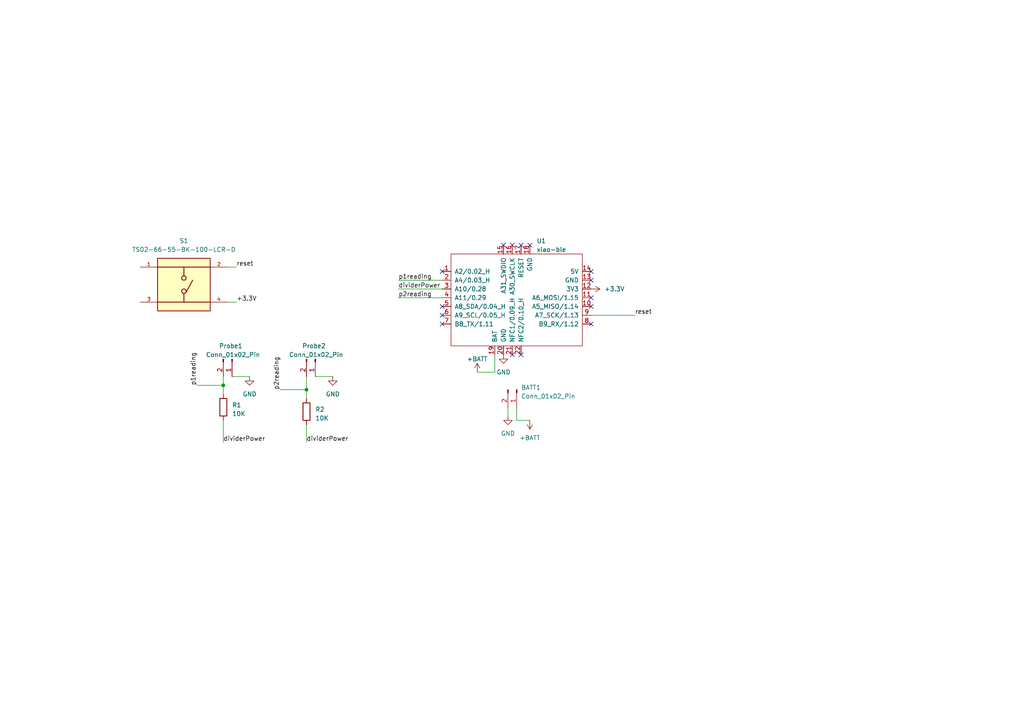
<source format=kicad_sch>
(kicad_sch (version 20231120) (generator "eeschema") (generator_version "8.0")
  (paper "A4")
  (lib_symbols
    (symbol "Connector:Conn_01x02_Pin" (pin_names (offset 1.016) hide)
      (property "Reference" "J" (at 0 2.54 0))
      (property "Value" "Conn_01x02_Pin" (at 0 -5.08 0))
      (symbol "Conn_01x02_Pin_1_1"
        (polyline (pts (xy 1.27 -2.54) (xy 0.8636 -2.54)) (stroke (width 0.1524)))
        (polyline (pts (xy 1.27 0) (xy 0.8636 0)) (stroke (width 0.1524)))
        (rectangle (start 0.8636 -2.413) (end 0 -2.667) (stroke (width 0.1524)) (fill (type outline)))
        (rectangle (start 0.8636 0.127) (end 0 -0.127) (stroke (width 0.1524)) (fill (type outline)))
        (pin passive line (at 5.08 0 180) (length 3.81) (name "Pin_1") (number "1"))
        (pin passive line (at 5.08 -2.54 180) (length 3.81) (name "Pin_2") (number "2"))
      )
    )
    (symbol "Device:R" (pin_numbers hide) (pin_names (offset 0))
      (property "Reference" "R" (at 2.032 0 90))
      (property "Value" "R" (at 0 0 90))
      (symbol "R_0_1"
        (rectangle (start -1.016 -2.54) (end 1.016 2.54) (stroke (width 0.254)))
      )
      (symbol "R_1_1"
        (pin passive line (at 0 3.81 270) (length 1.27) (name "~") (number "1"))
        (pin passive line (at 0 -3.81 90) (length 1.27) (name "~") (number "2"))
      )
    )
    (symbol "TS02:TS02-66-55-BK-100-LCR-D" (pin_names (offset 1.016))
      (property "Reference" "S" (at -7.62 8.382 0))
      (property "Value" "TS02-66-55-BK-100-LCR-D" (at -7.62 -8.382 0))
      (symbol "TS02-66-55-BK-100-LCR-D_0_0"
        (rectangle (start -7.62 -7.62) (end 7.62 7.62) (stroke (width 0.254)) (fill (type background)))
        (circle (center 0 -1.905) (radius 0.635) (stroke (width 0.254)))
        (polyline (pts (xy 0 -5.08) (xy -7.62 -5.08)) (stroke (width 0.254)))
        (polyline (pts (xy 0 -5.08) (xy 7.62 -5.08)) (stroke (width 0.254)))
        (polyline (pts (xy 0 -2.54) (xy 0 -5.08)) (stroke (width 0.254)))
        (polyline (pts (xy 0 5.08) (xy -7.62 5.08)) (stroke (width 0.254)))
        (polyline (pts (xy 0 5.08) (xy 0 2.54)) (stroke (width 0.254)))
        (polyline (pts (xy 0 5.08) (xy 7.62 5.08)) (stroke (width 0.254)))
        (polyline (pts (xy 0.635 -2.2225) (xy 2.54 1.27)) (stroke (width 0.254)))
        (circle (center 0 1.905) (radius 0.635) (stroke (width 0.254)))
        (pin passive line (at -12.7 5.08 0) (length 5.08) (name "~") (number "1"))
        (pin passive line (at 12.7 5.08 180) (length 5.08) (name "~") (number "2"))
        (pin passive line (at -12.7 -5.08 0) (length 5.08) (name "~") (number "3"))
        (pin passive line (at 12.7 -5.08 180) (length 5.08) (name "~") (number "4"))
      )
    )
    (symbol "kleeb:xiao-ble" (pin_names (offset 1.016))
      (property "Reference" "U" (at -17.78 16.51 0))
      (property "Value" "xiao-ble" (at -15.24 13.97 0))
      (symbol "xiao-ble_0_1"
        (rectangle (start -19.05 12.7) (end 19.05 -13.97))
      )
      (symbol "xiao-ble_1_1"
        (pin bidirectional line (at -21.59 7.62 0) (length 2.54) (name "A2/0.02_H") (number "1"))
        (pin bidirectional line (at 21.59 -2.54 180) (length 2.54) (name "A5_MISO/1.14") (number "10"))
        (pin bidirectional line (at 21.59 0 180) (length 2.54) (name "A6_MOSI/1.15") (number "11"))
        (pin power_out line (at 21.59 2.54 180) (length 2.54) (name "3V3") (number "12"))
        (pin power_out line (at 21.59 5.08 180) (length 2.54) (name "GND") (number "13"))
        (pin power_out line (at 21.59 7.62 180) (length 2.54) (name "5V") (number "14"))
        (pin input line (at -3.81 15.24 270) (length 2.54) (name "A31_SWDIO") (number "15"))
        (pin input line (at -1.27 15.24 270) (length 2.54) (name "A30_SWCLK") (number "16"))
        (pin input line (at 1.27 15.24 270) (length 2.54) (name "RESET") (number "17"))
        (pin power_out line (at 3.81 15.24 270) (length 2.54) (name "GND") (number "18"))
        (pin bidirectional line (at -6.35 -16.51 90) (length 2.54) (name "BAT") (number "19"))
        (pin bidirectional line (at -21.59 5.08 0) (length 2.54) (name "A4/0.03_H") (number "2"))
        (pin power_out line (at -3.81 -16.51 90) (length 2.54) (name "GND") (number "20"))
        (pin bidirectional line (at -1.27 -16.51 90) (length 2.54) (name "NFC1/0.09_H") (number "21"))
        (pin bidirectional line (at 1.27 -16.51 90) (length 2.54) (name "NFC2/0.10_H") (number "22"))
        (pin bidirectional line (at -21.59 2.54 0) (length 2.54) (name "A10/0.28") (number "3"))
        (pin bidirectional line (at -21.59 0 0) (length 2.54) (name "A11/0.29") (number "4"))
        (pin bidirectional line (at -21.59 -2.54 0) (length 2.54) (name "A8_SDA/0.04_H") (number "5"))
        (pin bidirectional line (at -21.59 -5.08 0) (length 2.54) (name "A9_SCL/0.05_H") (number "6"))
        (pin bidirectional line (at -21.59 -7.62 0) (length 2.54) (name "B8_TX/1.11") (number "7"))
        (pin bidirectional line (at 21.59 -7.62 180) (length 2.54) (name "B9_RX/1.12") (number "8"))
        (pin bidirectional line (at 21.59 -5.08 180) (length 2.54) (name "A7_SCK/1.13") (number "9"))
      )
    )
    (symbol "power:+3.3V" (power) (pin_names (offset 0))
      (property "Value" "+3.3V" (at 0 3.556 0))
      (symbol "+3.3V_0_1"
        (polyline (pts (xy -0.762 1.27) (xy 0 2.54)))
        (polyline (pts (xy 0 0) (xy 0 2.54)))
        (polyline (pts (xy 0 2.54) (xy 0.762 1.27)))
      )
      (symbol "+3.3V_1_1"
        (pin power_in line (at 0 0 90) (length 0) hide (name "+3.3V") (number "1"))
      )
    )
    (symbol "power:+BATT" (power) (pin_names (offset 0))
      (property "Value" "+BATT" (at 0 3.556 0))
      (symbol "+BATT_0_1"
        (polyline (pts (xy -0.762 1.27) (xy 0 2.54)))
        (polyline (pts (xy 0 0) (xy 0 2.54)))
        (polyline (pts (xy 0 2.54) (xy 0.762 1.27)))
      )
      (symbol "+BATT_1_1"
        (pin power_in line (at 0 0 90) (length 0) hide (name "+BATT") (number "1"))
      )
    )
    (symbol "power:GND" (power) (pin_names (offset 0))
      (property "Value" "GND" (at 0 -3.81 0))
      (symbol "GND_0_1"
        (polyline (pts (xy 0 0) (xy 0 -1.27) (xy 1.27 -1.27) (xy 0 -2.54) (xy -1.27 -1.27) (xy 0 -1.27)))
      )
      (symbol "GND_1_1"
        (pin power_in line (at 0 0 270) (length 0) hide (name "GND") (number "1"))
      )
    )
  )
  (junction (at 64.77 111.76))
  (junction (at 88.9 113.03))
  (no_connect (at 151.13 71.12))
  (no_connect (at 148.59 71.12))
  (no_connect (at 171.45 81.28))
  (no_connect (at 128.27 93.98))
  (no_connect (at 153.67 71.12))
  (no_connect (at 128.27 78.74))
  (no_connect (at 171.45 86.36))
  (no_connect (at 151.13 102.87))
  (no_connect (at 148.59 102.87))
  (no_connect (at 171.45 88.9))
  (no_connect (at 171.45 78.74))
  (no_connect (at 128.27 91.44))
  (no_connect (at 128.27 88.9))
  (no_connect (at 146.05 71.12))
  (no_connect (at 171.45 93.98))
  (wire (pts (xy 143.51 102.87) (xy 143.51 107.95)))
  (wire (pts (xy 149.86 121.92) (xy 153.67 121.92)))
  (wire (pts (xy 57.15 111.76) (xy 64.77 111.76)))
  (wire (pts (xy 128.27 86.36) (xy 115.57 86.36)))
  (wire (pts (xy 138.43 107.95) (xy 143.51 107.95)))
  (wire (pts (xy 147.32 118.11) (xy 147.32 120.65)))
  (wire (pts (xy 64.77 114.3) (xy 64.77 111.76)))
  (wire (pts (xy 72.39 109.22) (xy 67.31 109.22)))
  (wire (pts (xy 115.57 81.28) (xy 128.27 81.28)))
  (wire (pts (xy 81.28 113.03) (xy 88.9 113.03)))
  (wire (pts (xy 171.45 91.44) (xy 184.15 91.44)))
  (wire (pts (xy 66.04 77.47) (xy 68.58 77.47)))
  (wire (pts (xy 88.9 113.03) (xy 88.9 109.22)))
  (wire (pts (xy 128.27 83.82) (xy 115.57 83.82)))
  (wire (pts (xy 149.86 118.11) (xy 149.86 121.92)))
  (wire (pts (xy 64.77 121.92) (xy 64.77 128.27)))
  (wire (pts (xy 88.9 115.57) (xy 88.9 113.03)))
  (wire (pts (xy 91.44 109.22) (xy 96.52 109.22)))
  (wire (pts (xy 66.04 87.63) (xy 68.58 87.63)))
  (wire (pts (xy 64.77 111.76) (xy 64.77 109.22)))
  (wire (pts (xy 88.9 123.19) (xy 88.9 128.27)))
  (label "+3.3V" (at 68.58 87.63 0))
  (label "p2reading" (at 81.28 113.03 90))
  (label "dividerPower" (at 115.57 83.82 0))
  (label "reset" (at 184.15 91.44 0))
  (label "dividerPower" (at 88.9 128.27 0))
  (label "p1reading" (at 57.15 111.76 90))
  (label "p2reading" (at 115.57 86.36 0))
  (label "p1reading" (at 115.57 81.28 0))
  (label "dividerPower" (at 64.77 128.27 0))
  (label "reset" (at 68.58 77.47 0))
  (symbol (lib_id "power:GND") (at 147.32 120.65 0) (unit 1)
    (property "Reference" "#PWR07" (effects (hide yes)))
    (property "Value" "GND" (at 147.32 125.73 0))
  )
  (symbol (lib_id "TS02:TS02-66-55-BK-100-LCR-D") (at 53.34 82.55 0) (unit 1)
    (property "Reference" "S1" (at 53.34 69.85 0))
    (property "Value" "TS02-66-55-BK-100-LCR-D" (at 53.34 72.39 0))
    (property "Footprint" "TS02-66-55-BK-100-LCR-D:SW_TS02-66-55-BK-100-LCR-D" (effects (hide yes)))
    (property "MF" "Same Sky" (effects (hide yes)))
    (property "Description_1" "\n                        \n                            6 x 6 mm, 5.5 mm Actuator Height, 100 gf, Black, Long Crimped, Through Hole, SPST, Tactile Switch\n                        \n" (effects (hide yes)))
    (property "Package" "None" (effects (hide yes)))
    (property "Price" "None" (effects (hide yes)))
    (property "Check_prices" "https://www.snapeda.com/parts/TS02-66-55-BK-100-LCR-D/Same+Sky/view-part/?ref=eda" (effects (hide yes)))
    (property "STANDARD" "Manufacturer Recommendations" (effects (hide yes)))
    (property "PARTREV" "1.0" (effects (hide yes)))
    (property "SnapEDA_Link" "https://www.snapeda.com/parts/TS02-66-55-BK-100-LCR-D/Same+Sky/view-part/?ref=snap" (effects (hide yes)))
    (property "MP" "TS02-66-55-BK-100-LCR-D" (effects (hide yes)))
    (property "Availability" "In Stock" (effects (hide yes)))
    (property "MANUFACTURER" "CUI Devices" (effects (hide yes)))
  )
  (symbol (lib_id "power:GND") (at 72.39 109.22 0) (unit 1)
    (property "Reference" "#PWR02" (effects (hide yes)))
    (property "Value" "GND" (at 72.39 114.3 0))
  )
  (symbol (lib_id "Device:R") (at 88.9 119.38 0) (unit 1)
    (property "Reference" "R2" (at 91.44 118.745 0) (effects (justify left)))
    (property "Value" "10K" (at 91.44 121.285 0) (effects (justify left)))
    (property "Footprint" "Resistor_THT:R_Axial_DIN0207_L6.3mm_D2.5mm_P7.62mm_Horizontal" (effects (hide yes)))
  )
  (symbol (lib_id "power:+3.3V") (at 171.45 83.82 270) (unit 1)
    (property "Reference" "#PWR09" (effects (hide yes)))
    (property "Value" "+3.3V" (at 175.26 83.82 90) (effects (justify left)))
  )
  (symbol (lib_id "power:GND") (at 146.05 102.87 0) (unit 1)
    (property "Reference" "#PWR06" (effects (hide yes)))
    (property "Value" "GND" (at 146.05 107.95 0))
  )
  (symbol (lib_id "power:+BATT") (at 153.67 121.92 180) (unit 1)
    (property "Reference" "#PWR08" (effects (hide yes)))
    (property "Value" "+BATT" (at 153.67 127 0))
  )
  (symbol (lib_id "power:GND") (at 96.52 109.22 0) (unit 1)
    (property "Reference" "#PWR04" (effects (hide yes)))
    (property "Value" "GND" (at 96.52 114.3 0))
  )
  (symbol (lib_id "kleeb:xiao-ble") (at 149.86 86.36 0) (unit 1)
    (property "Reference" "U1" (at 155.6259 69.85 0) (effects (justify left)))
    (property "Value" "xiao-ble" (at 155.6259 72.39 0) (effects (justify left)))
    (property "Footprint" "Kleeb:xiao-ble-smd-cutout" (effects (hide yes)))
  )
  (symbol (lib_id "Connector:Conn_01x02_Pin") (at 149.86 113.03 270) (unit 1)
    (property "Reference" "BATT1" (at 151.13 112.3949 90) (effects (justify left)))
    (property "Value" "Conn_01x02_Pin" (at 151.13 114.9349 90) (effects (justify left)))
    (property "Footprint" "Connector_JST:JST_PH_S2B-PH-K_1x02_P2.00mm_Horizontal" (effects (hide yes)))
  )
  (symbol (lib_id "Connector:Conn_01x02_Pin") (at 67.31 104.14 270) (unit 1)
    (property "Reference" "Probe1" (at 63.5 100.33 90) (effects (justify left)))
    (property "Value" "Conn_01x02_Pin" (at 59.69 102.87 90) (effects (justify left)))
    (property "Footprint" "Connector_JST:JST_PH_S2B-PH-K_1x02_P2.00mm_Horizontal" (effects (hide yes)))
  )
  (symbol (lib_id "Connector:Conn_01x02_Pin") (at 91.44 104.14 270) (unit 1)
    (property "Reference" "Probe2" (at 87.63 100.33 90) (effects (justify left)))
    (property "Value" "Conn_01x02_Pin" (at 83.82 102.87 90) (effects (justify left)))
    (property "Footprint" "Connector_JST:JST_PH_S2B-PH-K_1x02_P2.00mm_Horizontal" (effects (hide yes)))
  )
  (symbol (lib_id "power:+BATT") (at 138.43 107.95 0) (unit 1)
    (property "Reference" "#PWR05" (effects (hide yes)))
    (property "Value" "+BATT" (at 138.43 104.14 0))
  )
  (symbol (lib_id "Device:R") (at 64.77 118.11 0) (unit 1)
    (property "Reference" "R1" (at 67.31 117.475 0) (effects (justify left)))
    (property "Value" "10K" (at 67.31 120.015 0) (effects (justify left)))
    (property "Footprint" "Resistor_THT:R_Axial_DIN0207_L6.3mm_D2.5mm_P7.62mm_Horizontal" (effects (hide yes)))
  )
)
</source>
